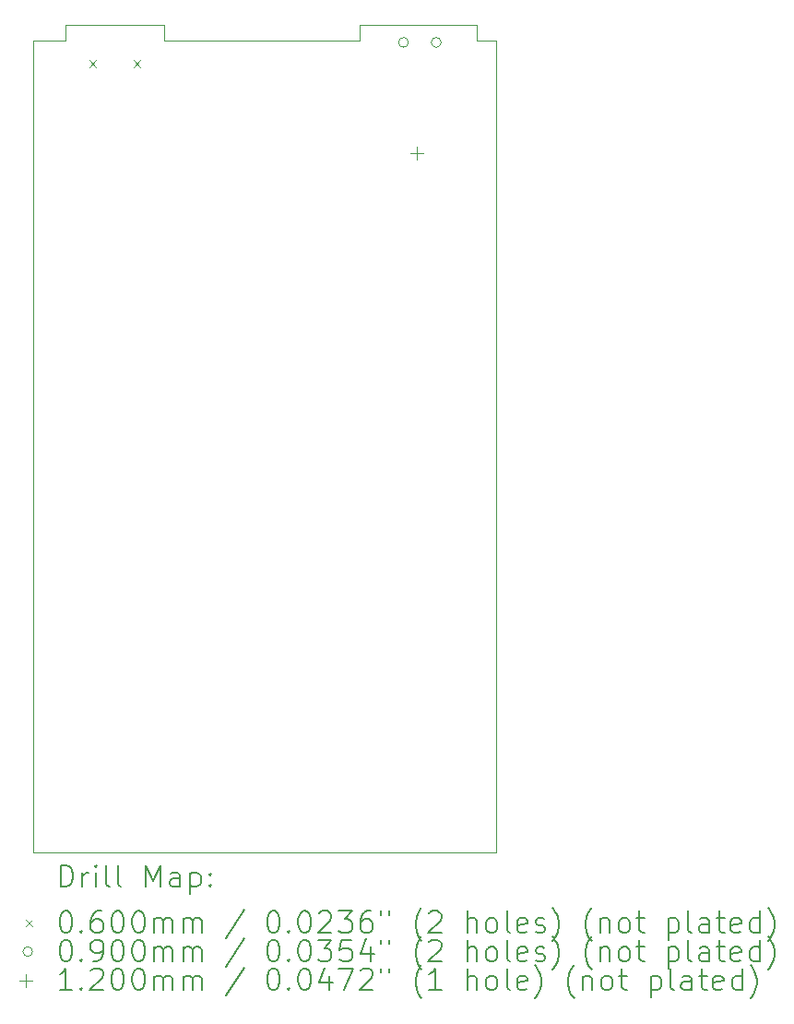
<source format=gbr>
%FSLAX45Y45*%
G04 Gerber Fmt 4.5, Leading zero omitted, Abs format (unit mm)*
G04 Created by KiCad (PCBNEW 6.0.5+dfsg-1) date 2022-06-12 19:50:50*
%MOMM*%
%LPD*%
G01*
G04 APERTURE LIST*
%TA.AperFunction,Profile*%
%ADD10C,0.100000*%
%TD*%
%ADD11C,0.200000*%
%ADD12C,0.060000*%
%ADD13C,0.090000*%
%ADD14C,0.120000*%
G04 APERTURE END LIST*
D10*
X18000000Y-3850000D02*
X19075000Y-3850000D01*
X18000000Y-3850000D02*
X18000000Y-4000000D01*
X15300000Y-4000000D02*
X15300000Y-3850000D01*
X19075000Y-4000000D02*
X19075000Y-3850000D01*
X15000000Y-4000000D02*
X15000000Y-11450000D01*
X19250000Y-4000000D02*
X19075000Y-4000000D01*
X15300000Y-3850000D02*
X16200000Y-3850000D01*
X15000000Y-4000000D02*
X15300000Y-4000000D01*
X15000000Y-11450000D02*
X19250000Y-11450000D01*
X16200000Y-4000000D02*
X18000000Y-4000000D01*
X19250000Y-11450000D02*
X19250000Y-4000000D01*
X16200000Y-3850000D02*
X16200000Y-4000000D01*
D11*
D12*
X15520000Y-4180000D02*
X15580000Y-4240000D01*
X15580000Y-4180000D02*
X15520000Y-4240000D01*
X15920000Y-4180000D02*
X15980000Y-4240000D01*
X15980000Y-4180000D02*
X15920000Y-4240000D01*
D13*
X18445000Y-4014500D02*
G75*
G03*
X18445000Y-4014500I-45000J0D01*
G01*
X18745000Y-4014500D02*
G75*
G03*
X18745000Y-4014500I-45000J0D01*
G01*
D14*
X18520000Y-4970000D02*
X18520000Y-5090000D01*
X18460000Y-5030000D02*
X18580000Y-5030000D01*
D11*
X15252619Y-11765476D02*
X15252619Y-11565476D01*
X15300238Y-11565476D01*
X15328809Y-11575000D01*
X15347857Y-11594048D01*
X15357381Y-11613095D01*
X15366905Y-11651190D01*
X15366905Y-11679762D01*
X15357381Y-11717857D01*
X15347857Y-11736905D01*
X15328809Y-11755952D01*
X15300238Y-11765476D01*
X15252619Y-11765476D01*
X15452619Y-11765476D02*
X15452619Y-11632143D01*
X15452619Y-11670238D02*
X15462143Y-11651190D01*
X15471667Y-11641667D01*
X15490714Y-11632143D01*
X15509762Y-11632143D01*
X15576428Y-11765476D02*
X15576428Y-11632143D01*
X15576428Y-11565476D02*
X15566905Y-11575000D01*
X15576428Y-11584524D01*
X15585952Y-11575000D01*
X15576428Y-11565476D01*
X15576428Y-11584524D01*
X15700238Y-11765476D02*
X15681190Y-11755952D01*
X15671667Y-11736905D01*
X15671667Y-11565476D01*
X15805000Y-11765476D02*
X15785952Y-11755952D01*
X15776428Y-11736905D01*
X15776428Y-11565476D01*
X16033571Y-11765476D02*
X16033571Y-11565476D01*
X16100238Y-11708333D01*
X16166905Y-11565476D01*
X16166905Y-11765476D01*
X16347857Y-11765476D02*
X16347857Y-11660714D01*
X16338333Y-11641667D01*
X16319286Y-11632143D01*
X16281190Y-11632143D01*
X16262143Y-11641667D01*
X16347857Y-11755952D02*
X16328809Y-11765476D01*
X16281190Y-11765476D01*
X16262143Y-11755952D01*
X16252619Y-11736905D01*
X16252619Y-11717857D01*
X16262143Y-11698809D01*
X16281190Y-11689286D01*
X16328809Y-11689286D01*
X16347857Y-11679762D01*
X16443095Y-11632143D02*
X16443095Y-11832143D01*
X16443095Y-11641667D02*
X16462143Y-11632143D01*
X16500238Y-11632143D01*
X16519286Y-11641667D01*
X16528809Y-11651190D01*
X16538333Y-11670238D01*
X16538333Y-11727381D01*
X16528809Y-11746428D01*
X16519286Y-11755952D01*
X16500238Y-11765476D01*
X16462143Y-11765476D01*
X16443095Y-11755952D01*
X16624048Y-11746428D02*
X16633571Y-11755952D01*
X16624048Y-11765476D01*
X16614524Y-11755952D01*
X16624048Y-11746428D01*
X16624048Y-11765476D01*
X16624048Y-11641667D02*
X16633571Y-11651190D01*
X16624048Y-11660714D01*
X16614524Y-11651190D01*
X16624048Y-11641667D01*
X16624048Y-11660714D01*
D12*
X14935000Y-12065000D02*
X14995000Y-12125000D01*
X14995000Y-12065000D02*
X14935000Y-12125000D01*
D11*
X15290714Y-11985476D02*
X15309762Y-11985476D01*
X15328809Y-11995000D01*
X15338333Y-12004524D01*
X15347857Y-12023571D01*
X15357381Y-12061667D01*
X15357381Y-12109286D01*
X15347857Y-12147381D01*
X15338333Y-12166428D01*
X15328809Y-12175952D01*
X15309762Y-12185476D01*
X15290714Y-12185476D01*
X15271667Y-12175952D01*
X15262143Y-12166428D01*
X15252619Y-12147381D01*
X15243095Y-12109286D01*
X15243095Y-12061667D01*
X15252619Y-12023571D01*
X15262143Y-12004524D01*
X15271667Y-11995000D01*
X15290714Y-11985476D01*
X15443095Y-12166428D02*
X15452619Y-12175952D01*
X15443095Y-12185476D01*
X15433571Y-12175952D01*
X15443095Y-12166428D01*
X15443095Y-12185476D01*
X15624048Y-11985476D02*
X15585952Y-11985476D01*
X15566905Y-11995000D01*
X15557381Y-12004524D01*
X15538333Y-12033095D01*
X15528809Y-12071190D01*
X15528809Y-12147381D01*
X15538333Y-12166428D01*
X15547857Y-12175952D01*
X15566905Y-12185476D01*
X15605000Y-12185476D01*
X15624048Y-12175952D01*
X15633571Y-12166428D01*
X15643095Y-12147381D01*
X15643095Y-12099762D01*
X15633571Y-12080714D01*
X15624048Y-12071190D01*
X15605000Y-12061667D01*
X15566905Y-12061667D01*
X15547857Y-12071190D01*
X15538333Y-12080714D01*
X15528809Y-12099762D01*
X15766905Y-11985476D02*
X15785952Y-11985476D01*
X15805000Y-11995000D01*
X15814524Y-12004524D01*
X15824048Y-12023571D01*
X15833571Y-12061667D01*
X15833571Y-12109286D01*
X15824048Y-12147381D01*
X15814524Y-12166428D01*
X15805000Y-12175952D01*
X15785952Y-12185476D01*
X15766905Y-12185476D01*
X15747857Y-12175952D01*
X15738333Y-12166428D01*
X15728809Y-12147381D01*
X15719286Y-12109286D01*
X15719286Y-12061667D01*
X15728809Y-12023571D01*
X15738333Y-12004524D01*
X15747857Y-11995000D01*
X15766905Y-11985476D01*
X15957381Y-11985476D02*
X15976428Y-11985476D01*
X15995476Y-11995000D01*
X16005000Y-12004524D01*
X16014524Y-12023571D01*
X16024048Y-12061667D01*
X16024048Y-12109286D01*
X16014524Y-12147381D01*
X16005000Y-12166428D01*
X15995476Y-12175952D01*
X15976428Y-12185476D01*
X15957381Y-12185476D01*
X15938333Y-12175952D01*
X15928809Y-12166428D01*
X15919286Y-12147381D01*
X15909762Y-12109286D01*
X15909762Y-12061667D01*
X15919286Y-12023571D01*
X15928809Y-12004524D01*
X15938333Y-11995000D01*
X15957381Y-11985476D01*
X16109762Y-12185476D02*
X16109762Y-12052143D01*
X16109762Y-12071190D02*
X16119286Y-12061667D01*
X16138333Y-12052143D01*
X16166905Y-12052143D01*
X16185952Y-12061667D01*
X16195476Y-12080714D01*
X16195476Y-12185476D01*
X16195476Y-12080714D02*
X16205000Y-12061667D01*
X16224048Y-12052143D01*
X16252619Y-12052143D01*
X16271667Y-12061667D01*
X16281190Y-12080714D01*
X16281190Y-12185476D01*
X16376428Y-12185476D02*
X16376428Y-12052143D01*
X16376428Y-12071190D02*
X16385952Y-12061667D01*
X16405000Y-12052143D01*
X16433571Y-12052143D01*
X16452619Y-12061667D01*
X16462143Y-12080714D01*
X16462143Y-12185476D01*
X16462143Y-12080714D02*
X16471667Y-12061667D01*
X16490714Y-12052143D01*
X16519286Y-12052143D01*
X16538333Y-12061667D01*
X16547857Y-12080714D01*
X16547857Y-12185476D01*
X16938333Y-11975952D02*
X16766905Y-12233095D01*
X17195476Y-11985476D02*
X17214524Y-11985476D01*
X17233571Y-11995000D01*
X17243095Y-12004524D01*
X17252619Y-12023571D01*
X17262143Y-12061667D01*
X17262143Y-12109286D01*
X17252619Y-12147381D01*
X17243095Y-12166428D01*
X17233571Y-12175952D01*
X17214524Y-12185476D01*
X17195476Y-12185476D01*
X17176429Y-12175952D01*
X17166905Y-12166428D01*
X17157381Y-12147381D01*
X17147857Y-12109286D01*
X17147857Y-12061667D01*
X17157381Y-12023571D01*
X17166905Y-12004524D01*
X17176429Y-11995000D01*
X17195476Y-11985476D01*
X17347857Y-12166428D02*
X17357381Y-12175952D01*
X17347857Y-12185476D01*
X17338333Y-12175952D01*
X17347857Y-12166428D01*
X17347857Y-12185476D01*
X17481190Y-11985476D02*
X17500238Y-11985476D01*
X17519286Y-11995000D01*
X17528810Y-12004524D01*
X17538333Y-12023571D01*
X17547857Y-12061667D01*
X17547857Y-12109286D01*
X17538333Y-12147381D01*
X17528810Y-12166428D01*
X17519286Y-12175952D01*
X17500238Y-12185476D01*
X17481190Y-12185476D01*
X17462143Y-12175952D01*
X17452619Y-12166428D01*
X17443095Y-12147381D01*
X17433571Y-12109286D01*
X17433571Y-12061667D01*
X17443095Y-12023571D01*
X17452619Y-12004524D01*
X17462143Y-11995000D01*
X17481190Y-11985476D01*
X17624048Y-12004524D02*
X17633571Y-11995000D01*
X17652619Y-11985476D01*
X17700238Y-11985476D01*
X17719286Y-11995000D01*
X17728810Y-12004524D01*
X17738333Y-12023571D01*
X17738333Y-12042619D01*
X17728810Y-12071190D01*
X17614524Y-12185476D01*
X17738333Y-12185476D01*
X17805000Y-11985476D02*
X17928810Y-11985476D01*
X17862143Y-12061667D01*
X17890714Y-12061667D01*
X17909762Y-12071190D01*
X17919286Y-12080714D01*
X17928810Y-12099762D01*
X17928810Y-12147381D01*
X17919286Y-12166428D01*
X17909762Y-12175952D01*
X17890714Y-12185476D01*
X17833571Y-12185476D01*
X17814524Y-12175952D01*
X17805000Y-12166428D01*
X18100238Y-11985476D02*
X18062143Y-11985476D01*
X18043095Y-11995000D01*
X18033571Y-12004524D01*
X18014524Y-12033095D01*
X18005000Y-12071190D01*
X18005000Y-12147381D01*
X18014524Y-12166428D01*
X18024048Y-12175952D01*
X18043095Y-12185476D01*
X18081190Y-12185476D01*
X18100238Y-12175952D01*
X18109762Y-12166428D01*
X18119286Y-12147381D01*
X18119286Y-12099762D01*
X18109762Y-12080714D01*
X18100238Y-12071190D01*
X18081190Y-12061667D01*
X18043095Y-12061667D01*
X18024048Y-12071190D01*
X18014524Y-12080714D01*
X18005000Y-12099762D01*
X18195476Y-11985476D02*
X18195476Y-12023571D01*
X18271667Y-11985476D02*
X18271667Y-12023571D01*
X18566905Y-12261667D02*
X18557381Y-12252143D01*
X18538333Y-12223571D01*
X18528810Y-12204524D01*
X18519286Y-12175952D01*
X18509762Y-12128333D01*
X18509762Y-12090238D01*
X18519286Y-12042619D01*
X18528810Y-12014048D01*
X18538333Y-11995000D01*
X18557381Y-11966428D01*
X18566905Y-11956905D01*
X18633571Y-12004524D02*
X18643095Y-11995000D01*
X18662143Y-11985476D01*
X18709762Y-11985476D01*
X18728810Y-11995000D01*
X18738333Y-12004524D01*
X18747857Y-12023571D01*
X18747857Y-12042619D01*
X18738333Y-12071190D01*
X18624048Y-12185476D01*
X18747857Y-12185476D01*
X18985952Y-12185476D02*
X18985952Y-11985476D01*
X19071667Y-12185476D02*
X19071667Y-12080714D01*
X19062143Y-12061667D01*
X19043095Y-12052143D01*
X19014524Y-12052143D01*
X18995476Y-12061667D01*
X18985952Y-12071190D01*
X19195476Y-12185476D02*
X19176429Y-12175952D01*
X19166905Y-12166428D01*
X19157381Y-12147381D01*
X19157381Y-12090238D01*
X19166905Y-12071190D01*
X19176429Y-12061667D01*
X19195476Y-12052143D01*
X19224048Y-12052143D01*
X19243095Y-12061667D01*
X19252619Y-12071190D01*
X19262143Y-12090238D01*
X19262143Y-12147381D01*
X19252619Y-12166428D01*
X19243095Y-12175952D01*
X19224048Y-12185476D01*
X19195476Y-12185476D01*
X19376429Y-12185476D02*
X19357381Y-12175952D01*
X19347857Y-12156905D01*
X19347857Y-11985476D01*
X19528810Y-12175952D02*
X19509762Y-12185476D01*
X19471667Y-12185476D01*
X19452619Y-12175952D01*
X19443095Y-12156905D01*
X19443095Y-12080714D01*
X19452619Y-12061667D01*
X19471667Y-12052143D01*
X19509762Y-12052143D01*
X19528810Y-12061667D01*
X19538333Y-12080714D01*
X19538333Y-12099762D01*
X19443095Y-12118809D01*
X19614524Y-12175952D02*
X19633571Y-12185476D01*
X19671667Y-12185476D01*
X19690714Y-12175952D01*
X19700238Y-12156905D01*
X19700238Y-12147381D01*
X19690714Y-12128333D01*
X19671667Y-12118809D01*
X19643095Y-12118809D01*
X19624048Y-12109286D01*
X19614524Y-12090238D01*
X19614524Y-12080714D01*
X19624048Y-12061667D01*
X19643095Y-12052143D01*
X19671667Y-12052143D01*
X19690714Y-12061667D01*
X19766905Y-12261667D02*
X19776429Y-12252143D01*
X19795476Y-12223571D01*
X19805000Y-12204524D01*
X19814524Y-12175952D01*
X19824048Y-12128333D01*
X19824048Y-12090238D01*
X19814524Y-12042619D01*
X19805000Y-12014048D01*
X19795476Y-11995000D01*
X19776429Y-11966428D01*
X19766905Y-11956905D01*
X20128810Y-12261667D02*
X20119286Y-12252143D01*
X20100238Y-12223571D01*
X20090714Y-12204524D01*
X20081190Y-12175952D01*
X20071667Y-12128333D01*
X20071667Y-12090238D01*
X20081190Y-12042619D01*
X20090714Y-12014048D01*
X20100238Y-11995000D01*
X20119286Y-11966428D01*
X20128810Y-11956905D01*
X20205000Y-12052143D02*
X20205000Y-12185476D01*
X20205000Y-12071190D02*
X20214524Y-12061667D01*
X20233571Y-12052143D01*
X20262143Y-12052143D01*
X20281190Y-12061667D01*
X20290714Y-12080714D01*
X20290714Y-12185476D01*
X20414524Y-12185476D02*
X20395476Y-12175952D01*
X20385952Y-12166428D01*
X20376429Y-12147381D01*
X20376429Y-12090238D01*
X20385952Y-12071190D01*
X20395476Y-12061667D01*
X20414524Y-12052143D01*
X20443095Y-12052143D01*
X20462143Y-12061667D01*
X20471667Y-12071190D01*
X20481190Y-12090238D01*
X20481190Y-12147381D01*
X20471667Y-12166428D01*
X20462143Y-12175952D01*
X20443095Y-12185476D01*
X20414524Y-12185476D01*
X20538333Y-12052143D02*
X20614524Y-12052143D01*
X20566905Y-11985476D02*
X20566905Y-12156905D01*
X20576429Y-12175952D01*
X20595476Y-12185476D01*
X20614524Y-12185476D01*
X20833571Y-12052143D02*
X20833571Y-12252143D01*
X20833571Y-12061667D02*
X20852619Y-12052143D01*
X20890714Y-12052143D01*
X20909762Y-12061667D01*
X20919286Y-12071190D01*
X20928810Y-12090238D01*
X20928810Y-12147381D01*
X20919286Y-12166428D01*
X20909762Y-12175952D01*
X20890714Y-12185476D01*
X20852619Y-12185476D01*
X20833571Y-12175952D01*
X21043095Y-12185476D02*
X21024048Y-12175952D01*
X21014524Y-12156905D01*
X21014524Y-11985476D01*
X21205000Y-12185476D02*
X21205000Y-12080714D01*
X21195476Y-12061667D01*
X21176429Y-12052143D01*
X21138333Y-12052143D01*
X21119286Y-12061667D01*
X21205000Y-12175952D02*
X21185952Y-12185476D01*
X21138333Y-12185476D01*
X21119286Y-12175952D01*
X21109762Y-12156905D01*
X21109762Y-12137857D01*
X21119286Y-12118809D01*
X21138333Y-12109286D01*
X21185952Y-12109286D01*
X21205000Y-12099762D01*
X21271667Y-12052143D02*
X21347857Y-12052143D01*
X21300238Y-11985476D02*
X21300238Y-12156905D01*
X21309762Y-12175952D01*
X21328810Y-12185476D01*
X21347857Y-12185476D01*
X21490714Y-12175952D02*
X21471667Y-12185476D01*
X21433571Y-12185476D01*
X21414524Y-12175952D01*
X21405000Y-12156905D01*
X21405000Y-12080714D01*
X21414524Y-12061667D01*
X21433571Y-12052143D01*
X21471667Y-12052143D01*
X21490714Y-12061667D01*
X21500238Y-12080714D01*
X21500238Y-12099762D01*
X21405000Y-12118809D01*
X21671667Y-12185476D02*
X21671667Y-11985476D01*
X21671667Y-12175952D02*
X21652619Y-12185476D01*
X21614524Y-12185476D01*
X21595476Y-12175952D01*
X21585952Y-12166428D01*
X21576429Y-12147381D01*
X21576429Y-12090238D01*
X21585952Y-12071190D01*
X21595476Y-12061667D01*
X21614524Y-12052143D01*
X21652619Y-12052143D01*
X21671667Y-12061667D01*
X21747857Y-12261667D02*
X21757381Y-12252143D01*
X21776429Y-12223571D01*
X21785952Y-12204524D01*
X21795476Y-12175952D01*
X21805000Y-12128333D01*
X21805000Y-12090238D01*
X21795476Y-12042619D01*
X21785952Y-12014048D01*
X21776429Y-11995000D01*
X21757381Y-11966428D01*
X21747857Y-11956905D01*
D13*
X14995000Y-12359000D02*
G75*
G03*
X14995000Y-12359000I-45000J0D01*
G01*
D11*
X15290714Y-12249476D02*
X15309762Y-12249476D01*
X15328809Y-12259000D01*
X15338333Y-12268524D01*
X15347857Y-12287571D01*
X15357381Y-12325667D01*
X15357381Y-12373286D01*
X15347857Y-12411381D01*
X15338333Y-12430428D01*
X15328809Y-12439952D01*
X15309762Y-12449476D01*
X15290714Y-12449476D01*
X15271667Y-12439952D01*
X15262143Y-12430428D01*
X15252619Y-12411381D01*
X15243095Y-12373286D01*
X15243095Y-12325667D01*
X15252619Y-12287571D01*
X15262143Y-12268524D01*
X15271667Y-12259000D01*
X15290714Y-12249476D01*
X15443095Y-12430428D02*
X15452619Y-12439952D01*
X15443095Y-12449476D01*
X15433571Y-12439952D01*
X15443095Y-12430428D01*
X15443095Y-12449476D01*
X15547857Y-12449476D02*
X15585952Y-12449476D01*
X15605000Y-12439952D01*
X15614524Y-12430428D01*
X15633571Y-12401857D01*
X15643095Y-12363762D01*
X15643095Y-12287571D01*
X15633571Y-12268524D01*
X15624048Y-12259000D01*
X15605000Y-12249476D01*
X15566905Y-12249476D01*
X15547857Y-12259000D01*
X15538333Y-12268524D01*
X15528809Y-12287571D01*
X15528809Y-12335190D01*
X15538333Y-12354238D01*
X15547857Y-12363762D01*
X15566905Y-12373286D01*
X15605000Y-12373286D01*
X15624048Y-12363762D01*
X15633571Y-12354238D01*
X15643095Y-12335190D01*
X15766905Y-12249476D02*
X15785952Y-12249476D01*
X15805000Y-12259000D01*
X15814524Y-12268524D01*
X15824048Y-12287571D01*
X15833571Y-12325667D01*
X15833571Y-12373286D01*
X15824048Y-12411381D01*
X15814524Y-12430428D01*
X15805000Y-12439952D01*
X15785952Y-12449476D01*
X15766905Y-12449476D01*
X15747857Y-12439952D01*
X15738333Y-12430428D01*
X15728809Y-12411381D01*
X15719286Y-12373286D01*
X15719286Y-12325667D01*
X15728809Y-12287571D01*
X15738333Y-12268524D01*
X15747857Y-12259000D01*
X15766905Y-12249476D01*
X15957381Y-12249476D02*
X15976428Y-12249476D01*
X15995476Y-12259000D01*
X16005000Y-12268524D01*
X16014524Y-12287571D01*
X16024048Y-12325667D01*
X16024048Y-12373286D01*
X16014524Y-12411381D01*
X16005000Y-12430428D01*
X15995476Y-12439952D01*
X15976428Y-12449476D01*
X15957381Y-12449476D01*
X15938333Y-12439952D01*
X15928809Y-12430428D01*
X15919286Y-12411381D01*
X15909762Y-12373286D01*
X15909762Y-12325667D01*
X15919286Y-12287571D01*
X15928809Y-12268524D01*
X15938333Y-12259000D01*
X15957381Y-12249476D01*
X16109762Y-12449476D02*
X16109762Y-12316143D01*
X16109762Y-12335190D02*
X16119286Y-12325667D01*
X16138333Y-12316143D01*
X16166905Y-12316143D01*
X16185952Y-12325667D01*
X16195476Y-12344714D01*
X16195476Y-12449476D01*
X16195476Y-12344714D02*
X16205000Y-12325667D01*
X16224048Y-12316143D01*
X16252619Y-12316143D01*
X16271667Y-12325667D01*
X16281190Y-12344714D01*
X16281190Y-12449476D01*
X16376428Y-12449476D02*
X16376428Y-12316143D01*
X16376428Y-12335190D02*
X16385952Y-12325667D01*
X16405000Y-12316143D01*
X16433571Y-12316143D01*
X16452619Y-12325667D01*
X16462143Y-12344714D01*
X16462143Y-12449476D01*
X16462143Y-12344714D02*
X16471667Y-12325667D01*
X16490714Y-12316143D01*
X16519286Y-12316143D01*
X16538333Y-12325667D01*
X16547857Y-12344714D01*
X16547857Y-12449476D01*
X16938333Y-12239952D02*
X16766905Y-12497095D01*
X17195476Y-12249476D02*
X17214524Y-12249476D01*
X17233571Y-12259000D01*
X17243095Y-12268524D01*
X17252619Y-12287571D01*
X17262143Y-12325667D01*
X17262143Y-12373286D01*
X17252619Y-12411381D01*
X17243095Y-12430428D01*
X17233571Y-12439952D01*
X17214524Y-12449476D01*
X17195476Y-12449476D01*
X17176429Y-12439952D01*
X17166905Y-12430428D01*
X17157381Y-12411381D01*
X17147857Y-12373286D01*
X17147857Y-12325667D01*
X17157381Y-12287571D01*
X17166905Y-12268524D01*
X17176429Y-12259000D01*
X17195476Y-12249476D01*
X17347857Y-12430428D02*
X17357381Y-12439952D01*
X17347857Y-12449476D01*
X17338333Y-12439952D01*
X17347857Y-12430428D01*
X17347857Y-12449476D01*
X17481190Y-12249476D02*
X17500238Y-12249476D01*
X17519286Y-12259000D01*
X17528810Y-12268524D01*
X17538333Y-12287571D01*
X17547857Y-12325667D01*
X17547857Y-12373286D01*
X17538333Y-12411381D01*
X17528810Y-12430428D01*
X17519286Y-12439952D01*
X17500238Y-12449476D01*
X17481190Y-12449476D01*
X17462143Y-12439952D01*
X17452619Y-12430428D01*
X17443095Y-12411381D01*
X17433571Y-12373286D01*
X17433571Y-12325667D01*
X17443095Y-12287571D01*
X17452619Y-12268524D01*
X17462143Y-12259000D01*
X17481190Y-12249476D01*
X17614524Y-12249476D02*
X17738333Y-12249476D01*
X17671667Y-12325667D01*
X17700238Y-12325667D01*
X17719286Y-12335190D01*
X17728810Y-12344714D01*
X17738333Y-12363762D01*
X17738333Y-12411381D01*
X17728810Y-12430428D01*
X17719286Y-12439952D01*
X17700238Y-12449476D01*
X17643095Y-12449476D01*
X17624048Y-12439952D01*
X17614524Y-12430428D01*
X17919286Y-12249476D02*
X17824048Y-12249476D01*
X17814524Y-12344714D01*
X17824048Y-12335190D01*
X17843095Y-12325667D01*
X17890714Y-12325667D01*
X17909762Y-12335190D01*
X17919286Y-12344714D01*
X17928810Y-12363762D01*
X17928810Y-12411381D01*
X17919286Y-12430428D01*
X17909762Y-12439952D01*
X17890714Y-12449476D01*
X17843095Y-12449476D01*
X17824048Y-12439952D01*
X17814524Y-12430428D01*
X18100238Y-12316143D02*
X18100238Y-12449476D01*
X18052619Y-12239952D02*
X18005000Y-12382809D01*
X18128810Y-12382809D01*
X18195476Y-12249476D02*
X18195476Y-12287571D01*
X18271667Y-12249476D02*
X18271667Y-12287571D01*
X18566905Y-12525667D02*
X18557381Y-12516143D01*
X18538333Y-12487571D01*
X18528810Y-12468524D01*
X18519286Y-12439952D01*
X18509762Y-12392333D01*
X18509762Y-12354238D01*
X18519286Y-12306619D01*
X18528810Y-12278048D01*
X18538333Y-12259000D01*
X18557381Y-12230428D01*
X18566905Y-12220905D01*
X18633571Y-12268524D02*
X18643095Y-12259000D01*
X18662143Y-12249476D01*
X18709762Y-12249476D01*
X18728810Y-12259000D01*
X18738333Y-12268524D01*
X18747857Y-12287571D01*
X18747857Y-12306619D01*
X18738333Y-12335190D01*
X18624048Y-12449476D01*
X18747857Y-12449476D01*
X18985952Y-12449476D02*
X18985952Y-12249476D01*
X19071667Y-12449476D02*
X19071667Y-12344714D01*
X19062143Y-12325667D01*
X19043095Y-12316143D01*
X19014524Y-12316143D01*
X18995476Y-12325667D01*
X18985952Y-12335190D01*
X19195476Y-12449476D02*
X19176429Y-12439952D01*
X19166905Y-12430428D01*
X19157381Y-12411381D01*
X19157381Y-12354238D01*
X19166905Y-12335190D01*
X19176429Y-12325667D01*
X19195476Y-12316143D01*
X19224048Y-12316143D01*
X19243095Y-12325667D01*
X19252619Y-12335190D01*
X19262143Y-12354238D01*
X19262143Y-12411381D01*
X19252619Y-12430428D01*
X19243095Y-12439952D01*
X19224048Y-12449476D01*
X19195476Y-12449476D01*
X19376429Y-12449476D02*
X19357381Y-12439952D01*
X19347857Y-12420905D01*
X19347857Y-12249476D01*
X19528810Y-12439952D02*
X19509762Y-12449476D01*
X19471667Y-12449476D01*
X19452619Y-12439952D01*
X19443095Y-12420905D01*
X19443095Y-12344714D01*
X19452619Y-12325667D01*
X19471667Y-12316143D01*
X19509762Y-12316143D01*
X19528810Y-12325667D01*
X19538333Y-12344714D01*
X19538333Y-12363762D01*
X19443095Y-12382809D01*
X19614524Y-12439952D02*
X19633571Y-12449476D01*
X19671667Y-12449476D01*
X19690714Y-12439952D01*
X19700238Y-12420905D01*
X19700238Y-12411381D01*
X19690714Y-12392333D01*
X19671667Y-12382809D01*
X19643095Y-12382809D01*
X19624048Y-12373286D01*
X19614524Y-12354238D01*
X19614524Y-12344714D01*
X19624048Y-12325667D01*
X19643095Y-12316143D01*
X19671667Y-12316143D01*
X19690714Y-12325667D01*
X19766905Y-12525667D02*
X19776429Y-12516143D01*
X19795476Y-12487571D01*
X19805000Y-12468524D01*
X19814524Y-12439952D01*
X19824048Y-12392333D01*
X19824048Y-12354238D01*
X19814524Y-12306619D01*
X19805000Y-12278048D01*
X19795476Y-12259000D01*
X19776429Y-12230428D01*
X19766905Y-12220905D01*
X20128810Y-12525667D02*
X20119286Y-12516143D01*
X20100238Y-12487571D01*
X20090714Y-12468524D01*
X20081190Y-12439952D01*
X20071667Y-12392333D01*
X20071667Y-12354238D01*
X20081190Y-12306619D01*
X20090714Y-12278048D01*
X20100238Y-12259000D01*
X20119286Y-12230428D01*
X20128810Y-12220905D01*
X20205000Y-12316143D02*
X20205000Y-12449476D01*
X20205000Y-12335190D02*
X20214524Y-12325667D01*
X20233571Y-12316143D01*
X20262143Y-12316143D01*
X20281190Y-12325667D01*
X20290714Y-12344714D01*
X20290714Y-12449476D01*
X20414524Y-12449476D02*
X20395476Y-12439952D01*
X20385952Y-12430428D01*
X20376429Y-12411381D01*
X20376429Y-12354238D01*
X20385952Y-12335190D01*
X20395476Y-12325667D01*
X20414524Y-12316143D01*
X20443095Y-12316143D01*
X20462143Y-12325667D01*
X20471667Y-12335190D01*
X20481190Y-12354238D01*
X20481190Y-12411381D01*
X20471667Y-12430428D01*
X20462143Y-12439952D01*
X20443095Y-12449476D01*
X20414524Y-12449476D01*
X20538333Y-12316143D02*
X20614524Y-12316143D01*
X20566905Y-12249476D02*
X20566905Y-12420905D01*
X20576429Y-12439952D01*
X20595476Y-12449476D01*
X20614524Y-12449476D01*
X20833571Y-12316143D02*
X20833571Y-12516143D01*
X20833571Y-12325667D02*
X20852619Y-12316143D01*
X20890714Y-12316143D01*
X20909762Y-12325667D01*
X20919286Y-12335190D01*
X20928810Y-12354238D01*
X20928810Y-12411381D01*
X20919286Y-12430428D01*
X20909762Y-12439952D01*
X20890714Y-12449476D01*
X20852619Y-12449476D01*
X20833571Y-12439952D01*
X21043095Y-12449476D02*
X21024048Y-12439952D01*
X21014524Y-12420905D01*
X21014524Y-12249476D01*
X21205000Y-12449476D02*
X21205000Y-12344714D01*
X21195476Y-12325667D01*
X21176429Y-12316143D01*
X21138333Y-12316143D01*
X21119286Y-12325667D01*
X21205000Y-12439952D02*
X21185952Y-12449476D01*
X21138333Y-12449476D01*
X21119286Y-12439952D01*
X21109762Y-12420905D01*
X21109762Y-12401857D01*
X21119286Y-12382809D01*
X21138333Y-12373286D01*
X21185952Y-12373286D01*
X21205000Y-12363762D01*
X21271667Y-12316143D02*
X21347857Y-12316143D01*
X21300238Y-12249476D02*
X21300238Y-12420905D01*
X21309762Y-12439952D01*
X21328810Y-12449476D01*
X21347857Y-12449476D01*
X21490714Y-12439952D02*
X21471667Y-12449476D01*
X21433571Y-12449476D01*
X21414524Y-12439952D01*
X21405000Y-12420905D01*
X21405000Y-12344714D01*
X21414524Y-12325667D01*
X21433571Y-12316143D01*
X21471667Y-12316143D01*
X21490714Y-12325667D01*
X21500238Y-12344714D01*
X21500238Y-12363762D01*
X21405000Y-12382809D01*
X21671667Y-12449476D02*
X21671667Y-12249476D01*
X21671667Y-12439952D02*
X21652619Y-12449476D01*
X21614524Y-12449476D01*
X21595476Y-12439952D01*
X21585952Y-12430428D01*
X21576429Y-12411381D01*
X21576429Y-12354238D01*
X21585952Y-12335190D01*
X21595476Y-12325667D01*
X21614524Y-12316143D01*
X21652619Y-12316143D01*
X21671667Y-12325667D01*
X21747857Y-12525667D02*
X21757381Y-12516143D01*
X21776429Y-12487571D01*
X21785952Y-12468524D01*
X21795476Y-12439952D01*
X21805000Y-12392333D01*
X21805000Y-12354238D01*
X21795476Y-12306619D01*
X21785952Y-12278048D01*
X21776429Y-12259000D01*
X21757381Y-12230428D01*
X21747857Y-12220905D01*
D14*
X14935000Y-12563000D02*
X14935000Y-12683000D01*
X14875000Y-12623000D02*
X14995000Y-12623000D01*
D11*
X15357381Y-12713476D02*
X15243095Y-12713476D01*
X15300238Y-12713476D02*
X15300238Y-12513476D01*
X15281190Y-12542048D01*
X15262143Y-12561095D01*
X15243095Y-12570619D01*
X15443095Y-12694428D02*
X15452619Y-12703952D01*
X15443095Y-12713476D01*
X15433571Y-12703952D01*
X15443095Y-12694428D01*
X15443095Y-12713476D01*
X15528809Y-12532524D02*
X15538333Y-12523000D01*
X15557381Y-12513476D01*
X15605000Y-12513476D01*
X15624048Y-12523000D01*
X15633571Y-12532524D01*
X15643095Y-12551571D01*
X15643095Y-12570619D01*
X15633571Y-12599190D01*
X15519286Y-12713476D01*
X15643095Y-12713476D01*
X15766905Y-12513476D02*
X15785952Y-12513476D01*
X15805000Y-12523000D01*
X15814524Y-12532524D01*
X15824048Y-12551571D01*
X15833571Y-12589667D01*
X15833571Y-12637286D01*
X15824048Y-12675381D01*
X15814524Y-12694428D01*
X15805000Y-12703952D01*
X15785952Y-12713476D01*
X15766905Y-12713476D01*
X15747857Y-12703952D01*
X15738333Y-12694428D01*
X15728809Y-12675381D01*
X15719286Y-12637286D01*
X15719286Y-12589667D01*
X15728809Y-12551571D01*
X15738333Y-12532524D01*
X15747857Y-12523000D01*
X15766905Y-12513476D01*
X15957381Y-12513476D02*
X15976428Y-12513476D01*
X15995476Y-12523000D01*
X16005000Y-12532524D01*
X16014524Y-12551571D01*
X16024048Y-12589667D01*
X16024048Y-12637286D01*
X16014524Y-12675381D01*
X16005000Y-12694428D01*
X15995476Y-12703952D01*
X15976428Y-12713476D01*
X15957381Y-12713476D01*
X15938333Y-12703952D01*
X15928809Y-12694428D01*
X15919286Y-12675381D01*
X15909762Y-12637286D01*
X15909762Y-12589667D01*
X15919286Y-12551571D01*
X15928809Y-12532524D01*
X15938333Y-12523000D01*
X15957381Y-12513476D01*
X16109762Y-12713476D02*
X16109762Y-12580143D01*
X16109762Y-12599190D02*
X16119286Y-12589667D01*
X16138333Y-12580143D01*
X16166905Y-12580143D01*
X16185952Y-12589667D01*
X16195476Y-12608714D01*
X16195476Y-12713476D01*
X16195476Y-12608714D02*
X16205000Y-12589667D01*
X16224048Y-12580143D01*
X16252619Y-12580143D01*
X16271667Y-12589667D01*
X16281190Y-12608714D01*
X16281190Y-12713476D01*
X16376428Y-12713476D02*
X16376428Y-12580143D01*
X16376428Y-12599190D02*
X16385952Y-12589667D01*
X16405000Y-12580143D01*
X16433571Y-12580143D01*
X16452619Y-12589667D01*
X16462143Y-12608714D01*
X16462143Y-12713476D01*
X16462143Y-12608714D02*
X16471667Y-12589667D01*
X16490714Y-12580143D01*
X16519286Y-12580143D01*
X16538333Y-12589667D01*
X16547857Y-12608714D01*
X16547857Y-12713476D01*
X16938333Y-12503952D02*
X16766905Y-12761095D01*
X17195476Y-12513476D02*
X17214524Y-12513476D01*
X17233571Y-12523000D01*
X17243095Y-12532524D01*
X17252619Y-12551571D01*
X17262143Y-12589667D01*
X17262143Y-12637286D01*
X17252619Y-12675381D01*
X17243095Y-12694428D01*
X17233571Y-12703952D01*
X17214524Y-12713476D01*
X17195476Y-12713476D01*
X17176429Y-12703952D01*
X17166905Y-12694428D01*
X17157381Y-12675381D01*
X17147857Y-12637286D01*
X17147857Y-12589667D01*
X17157381Y-12551571D01*
X17166905Y-12532524D01*
X17176429Y-12523000D01*
X17195476Y-12513476D01*
X17347857Y-12694428D02*
X17357381Y-12703952D01*
X17347857Y-12713476D01*
X17338333Y-12703952D01*
X17347857Y-12694428D01*
X17347857Y-12713476D01*
X17481190Y-12513476D02*
X17500238Y-12513476D01*
X17519286Y-12523000D01*
X17528810Y-12532524D01*
X17538333Y-12551571D01*
X17547857Y-12589667D01*
X17547857Y-12637286D01*
X17538333Y-12675381D01*
X17528810Y-12694428D01*
X17519286Y-12703952D01*
X17500238Y-12713476D01*
X17481190Y-12713476D01*
X17462143Y-12703952D01*
X17452619Y-12694428D01*
X17443095Y-12675381D01*
X17433571Y-12637286D01*
X17433571Y-12589667D01*
X17443095Y-12551571D01*
X17452619Y-12532524D01*
X17462143Y-12523000D01*
X17481190Y-12513476D01*
X17719286Y-12580143D02*
X17719286Y-12713476D01*
X17671667Y-12503952D02*
X17624048Y-12646809D01*
X17747857Y-12646809D01*
X17805000Y-12513476D02*
X17938333Y-12513476D01*
X17852619Y-12713476D01*
X18005000Y-12532524D02*
X18014524Y-12523000D01*
X18033571Y-12513476D01*
X18081190Y-12513476D01*
X18100238Y-12523000D01*
X18109762Y-12532524D01*
X18119286Y-12551571D01*
X18119286Y-12570619D01*
X18109762Y-12599190D01*
X17995476Y-12713476D01*
X18119286Y-12713476D01*
X18195476Y-12513476D02*
X18195476Y-12551571D01*
X18271667Y-12513476D02*
X18271667Y-12551571D01*
X18566905Y-12789667D02*
X18557381Y-12780143D01*
X18538333Y-12751571D01*
X18528810Y-12732524D01*
X18519286Y-12703952D01*
X18509762Y-12656333D01*
X18509762Y-12618238D01*
X18519286Y-12570619D01*
X18528810Y-12542048D01*
X18538333Y-12523000D01*
X18557381Y-12494428D01*
X18566905Y-12484905D01*
X18747857Y-12713476D02*
X18633571Y-12713476D01*
X18690714Y-12713476D02*
X18690714Y-12513476D01*
X18671667Y-12542048D01*
X18652619Y-12561095D01*
X18633571Y-12570619D01*
X18985952Y-12713476D02*
X18985952Y-12513476D01*
X19071667Y-12713476D02*
X19071667Y-12608714D01*
X19062143Y-12589667D01*
X19043095Y-12580143D01*
X19014524Y-12580143D01*
X18995476Y-12589667D01*
X18985952Y-12599190D01*
X19195476Y-12713476D02*
X19176429Y-12703952D01*
X19166905Y-12694428D01*
X19157381Y-12675381D01*
X19157381Y-12618238D01*
X19166905Y-12599190D01*
X19176429Y-12589667D01*
X19195476Y-12580143D01*
X19224048Y-12580143D01*
X19243095Y-12589667D01*
X19252619Y-12599190D01*
X19262143Y-12618238D01*
X19262143Y-12675381D01*
X19252619Y-12694428D01*
X19243095Y-12703952D01*
X19224048Y-12713476D01*
X19195476Y-12713476D01*
X19376429Y-12713476D02*
X19357381Y-12703952D01*
X19347857Y-12684905D01*
X19347857Y-12513476D01*
X19528810Y-12703952D02*
X19509762Y-12713476D01*
X19471667Y-12713476D01*
X19452619Y-12703952D01*
X19443095Y-12684905D01*
X19443095Y-12608714D01*
X19452619Y-12589667D01*
X19471667Y-12580143D01*
X19509762Y-12580143D01*
X19528810Y-12589667D01*
X19538333Y-12608714D01*
X19538333Y-12627762D01*
X19443095Y-12646809D01*
X19605000Y-12789667D02*
X19614524Y-12780143D01*
X19633571Y-12751571D01*
X19643095Y-12732524D01*
X19652619Y-12703952D01*
X19662143Y-12656333D01*
X19662143Y-12618238D01*
X19652619Y-12570619D01*
X19643095Y-12542048D01*
X19633571Y-12523000D01*
X19614524Y-12494428D01*
X19605000Y-12484905D01*
X19966905Y-12789667D02*
X19957381Y-12780143D01*
X19938333Y-12751571D01*
X19928810Y-12732524D01*
X19919286Y-12703952D01*
X19909762Y-12656333D01*
X19909762Y-12618238D01*
X19919286Y-12570619D01*
X19928810Y-12542048D01*
X19938333Y-12523000D01*
X19957381Y-12494428D01*
X19966905Y-12484905D01*
X20043095Y-12580143D02*
X20043095Y-12713476D01*
X20043095Y-12599190D02*
X20052619Y-12589667D01*
X20071667Y-12580143D01*
X20100238Y-12580143D01*
X20119286Y-12589667D01*
X20128810Y-12608714D01*
X20128810Y-12713476D01*
X20252619Y-12713476D02*
X20233571Y-12703952D01*
X20224048Y-12694428D01*
X20214524Y-12675381D01*
X20214524Y-12618238D01*
X20224048Y-12599190D01*
X20233571Y-12589667D01*
X20252619Y-12580143D01*
X20281190Y-12580143D01*
X20300238Y-12589667D01*
X20309762Y-12599190D01*
X20319286Y-12618238D01*
X20319286Y-12675381D01*
X20309762Y-12694428D01*
X20300238Y-12703952D01*
X20281190Y-12713476D01*
X20252619Y-12713476D01*
X20376429Y-12580143D02*
X20452619Y-12580143D01*
X20405000Y-12513476D02*
X20405000Y-12684905D01*
X20414524Y-12703952D01*
X20433571Y-12713476D01*
X20452619Y-12713476D01*
X20671667Y-12580143D02*
X20671667Y-12780143D01*
X20671667Y-12589667D02*
X20690714Y-12580143D01*
X20728810Y-12580143D01*
X20747857Y-12589667D01*
X20757381Y-12599190D01*
X20766905Y-12618238D01*
X20766905Y-12675381D01*
X20757381Y-12694428D01*
X20747857Y-12703952D01*
X20728810Y-12713476D01*
X20690714Y-12713476D01*
X20671667Y-12703952D01*
X20881190Y-12713476D02*
X20862143Y-12703952D01*
X20852619Y-12684905D01*
X20852619Y-12513476D01*
X21043095Y-12713476D02*
X21043095Y-12608714D01*
X21033571Y-12589667D01*
X21014524Y-12580143D01*
X20976429Y-12580143D01*
X20957381Y-12589667D01*
X21043095Y-12703952D02*
X21024048Y-12713476D01*
X20976429Y-12713476D01*
X20957381Y-12703952D01*
X20947857Y-12684905D01*
X20947857Y-12665857D01*
X20957381Y-12646809D01*
X20976429Y-12637286D01*
X21024048Y-12637286D01*
X21043095Y-12627762D01*
X21109762Y-12580143D02*
X21185952Y-12580143D01*
X21138333Y-12513476D02*
X21138333Y-12684905D01*
X21147857Y-12703952D01*
X21166905Y-12713476D01*
X21185952Y-12713476D01*
X21328810Y-12703952D02*
X21309762Y-12713476D01*
X21271667Y-12713476D01*
X21252619Y-12703952D01*
X21243095Y-12684905D01*
X21243095Y-12608714D01*
X21252619Y-12589667D01*
X21271667Y-12580143D01*
X21309762Y-12580143D01*
X21328810Y-12589667D01*
X21338333Y-12608714D01*
X21338333Y-12627762D01*
X21243095Y-12646809D01*
X21509762Y-12713476D02*
X21509762Y-12513476D01*
X21509762Y-12703952D02*
X21490714Y-12713476D01*
X21452619Y-12713476D01*
X21433571Y-12703952D01*
X21424048Y-12694428D01*
X21414524Y-12675381D01*
X21414524Y-12618238D01*
X21424048Y-12599190D01*
X21433571Y-12589667D01*
X21452619Y-12580143D01*
X21490714Y-12580143D01*
X21509762Y-12589667D01*
X21585952Y-12789667D02*
X21595476Y-12780143D01*
X21614524Y-12751571D01*
X21624048Y-12732524D01*
X21633571Y-12703952D01*
X21643095Y-12656333D01*
X21643095Y-12618238D01*
X21633571Y-12570619D01*
X21624048Y-12542048D01*
X21614524Y-12523000D01*
X21595476Y-12494428D01*
X21585952Y-12484905D01*
M02*

</source>
